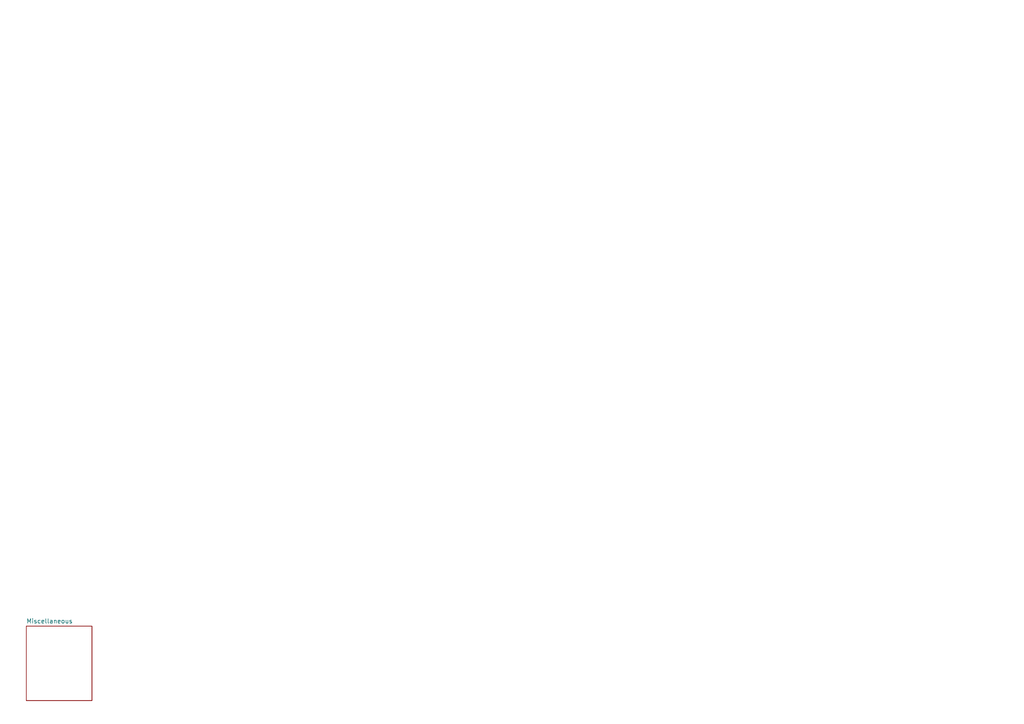
<source format=kicad_sch>
(kicad_sch
	(version 20231120)
	(generator "eeschema")
	(generator_version "8.0")
	(uuid "368f2e58-903c-442a-aaa4-7079db991cc7")
	(paper "A4")
	(title_block
		(date "2025-02-10")
	)
	(lib_symbols)
	(sheet
		(at 7.62 181.61)
		(size 19.05 21.59)
		(fields_autoplaced yes)
		(stroke
			(width 0.1524)
			(type solid)
		)
		(fill
			(color 0 0 0 0.0000)
		)
		(uuid "84236b51-2523-428f-95b5-99a86cdef3dd")
		(property "Sheetname" "Miscellaneous"
			(at 7.62 180.8984 0)
			(effects
				(font
					(size 1.27 1.27)
				)
				(justify left bottom)
			)
		)
		(property "Sheetfile" "Miscellaneous.kicad_sch"
			(at 7.62 203.7846 0)
			(effects
				(font
					(size 1.27 1.27)
				)
				(justify left top)
				(hide yes)
			)
		)
		(instances
			(project "EMB-XXXXX PrjName"
				(path "/368f2e58-903c-442a-aaa4-7079db991cc7"
					(page "2")
				)
			)
		)
	)
	(sheet_instances
		(path "/"
			(page "1")
		)
	)
)

</source>
